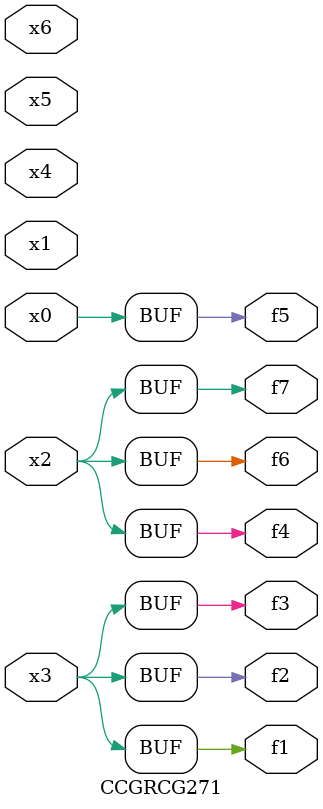
<source format=v>
module CCGRCG271(
	input x0, x1, x2, x3, x4, x5, x6,
	output f1, f2, f3, f4, f5, f6, f7
);
	assign f1 = x3;
	assign f2 = x3;
	assign f3 = x3;
	assign f4 = x2;
	assign f5 = x0;
	assign f6 = x2;
	assign f7 = x2;
endmodule

</source>
